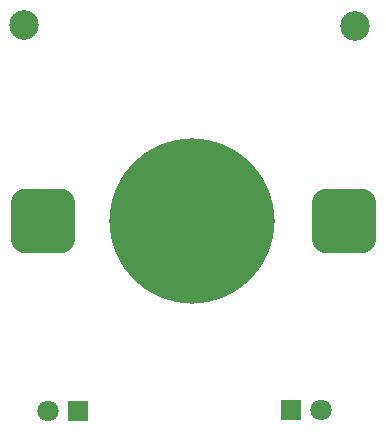
<source format=gbs>
%TF.GenerationSoftware,KiCad,Pcbnew,8.0.3*%
%TF.CreationDate,2024-07-02T11:26:53+01:00*%
%TF.ProjectId,I_Can_Solder_Badge,495f4361-6e5f-4536-9f6c-6465725f4261,rev?*%
%TF.SameCoordinates,Original*%
%TF.FileFunction,Soldermask,Bot*%
%TF.FilePolarity,Negative*%
%FSLAX46Y46*%
G04 Gerber Fmt 4.6, Leading zero omitted, Abs format (unit mm)*
G04 Created by KiCad (PCBNEW 8.0.3) date 2024-07-02 11:26:53*
%MOMM*%
%LPD*%
G01*
G04 APERTURE LIST*
G04 Aperture macros list*
%AMRoundRect*
0 Rectangle with rounded corners*
0 $1 Rounding radius*
0 $2 $3 $4 $5 $6 $7 $8 $9 X,Y pos of 4 corners*
0 Add a 4 corners polygon primitive as box body*
4,1,4,$2,$3,$4,$5,$6,$7,$8,$9,$2,$3,0*
0 Add four circle primitives for the rounded corners*
1,1,$1+$1,$2,$3*
1,1,$1+$1,$4,$5*
1,1,$1+$1,$6,$7*
1,1,$1+$1,$8,$9*
0 Add four rect primitives between the rounded corners*
20,1,$1+$1,$2,$3,$4,$5,0*
20,1,$1+$1,$4,$5,$6,$7,0*
20,1,$1+$1,$6,$7,$8,$9,0*
20,1,$1+$1,$8,$9,$2,$3,0*%
G04 Aperture macros list end*
%ADD10C,2.500000*%
%ADD11R,1.800000X1.800000*%
%ADD12C,1.800000*%
%ADD13RoundRect,1.375000X-1.375000X-1.375000X1.375000X-1.375000X1.375000X1.375000X-1.375000X1.375000X0*%
%ADD14C,14.000000*%
G04 APERTURE END LIST*
D10*
%TO.C,J3*%
X154800000Y-53900000D03*
%TD*%
D11*
%TO.C,D2*%
X149400000Y-86400000D03*
D12*
X151940000Y-86400000D03*
%TD*%
D11*
%TO.C,D1*%
X131375000Y-86500000D03*
D12*
X128835000Y-86500000D03*
%TD*%
D10*
%TO.C,J2*%
X126800000Y-53800000D03*
%TD*%
D13*
%TO.C,J1*%
X128400000Y-70400000D03*
X153900000Y-70400000D03*
D14*
X141060000Y-70400000D03*
%TD*%
M02*

</source>
